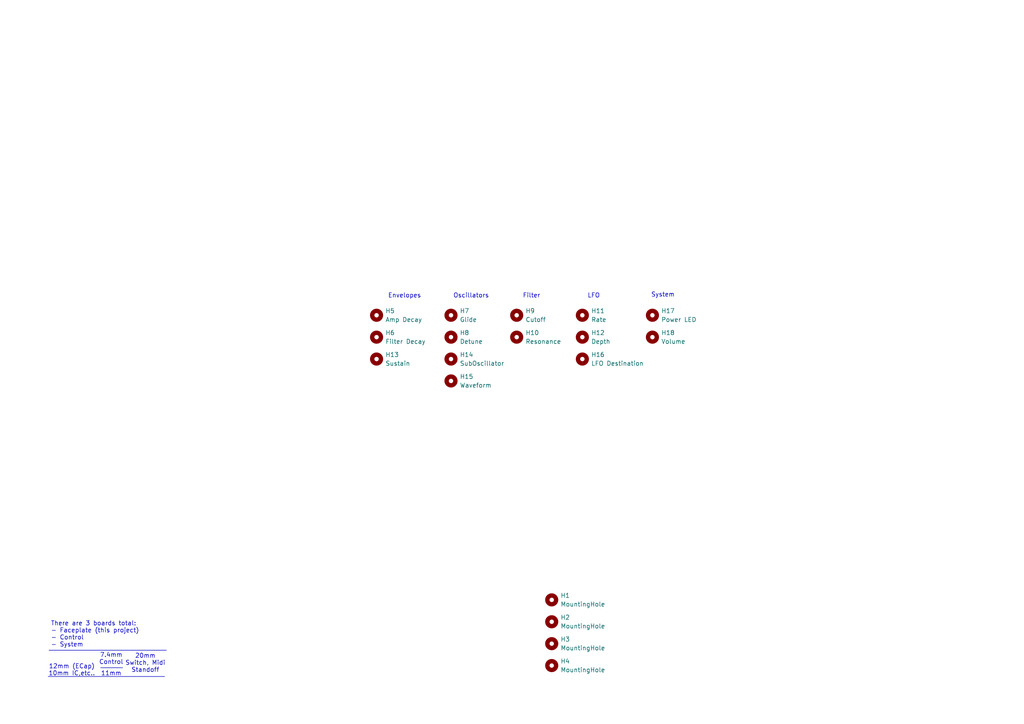
<source format=kicad_sch>
(kicad_sch (version 20250114) (generator "eeschema") (generator_version "9.0")
  (paper "A4")
  (title_block (title "MeeBlip triode w/ TK-421, faceplate (TRI-FP)") (date "2025-12-30") (rev "1.0") (company "Sparky Bobo Designs") (comment 1 "This project is based upon the MeeBlip anode synthesizer: meeblip.com") (comment 2 "Designed by: J. Grahame, et. all.") (comment 3 "https://creativecommons.org/licenses/by-sa/4.0/") (comment 4 "Released under the Creative Commons Attribution Share-Alike 4.0 License"))
  (lib_symbols
    (symbol "Mechanical:MountingHole" (pin_names (offset 1.016)) (in_bom no)
      (property "Reference" "H" (at 0 5.08 0))
      (property "Value" "MountingHole" (at 0 3.175 0))
      (symbol "MountingHole_0_1"
        (circle (center 0 0) (radius 1.27) (stroke (width 1.27)))
      )
    )
  )
  (text "7.4mm\nControl" (at 32.258 191.135 0) (effects (font (size 1.27 1.27))))
  (text "20mm\nSwitch, Midi\nStandoff" (at 42.164 192.405 0) (effects (font (size 1.27 1.27))))
  (text "LFO" (at 172.212 85.852 0) (effects (font (size 1.27 1.27))))
  (text "System" (at 192.278 85.598 0) (effects (font (size 1.27 1.27))))
  (text "There are 3 boards total:\n- Faceplate (this project)\n- Control\n- System " (at 14.732 184.023 0) (effects (font (size 1.27 1.27)) (justify left)))
  (text "Filter" (at 154.178 85.852 0) (effects (font (size 1.27 1.27))))
  (text "11mm" (at 32.258 195.453 0) (effects (font (size 1.27 1.27))))
  (text "Oscillators" (at 136.652 85.852 0) (effects (font (size 1.27 1.27))))
  (text "12mm (ECap)" (at 20.828 193.421 0) (effects (font (size 1.27 1.27))))
  (text "10mm IC,etc.." (at 20.828 195.453 0) (effects (font (size 1.27 1.27))))
  (text "Envelopes" (at 117.348 85.852 0) (effects (font (size 1.27 1.27))))
  (polyline (pts (xy 14.224 188.595) (xy 48.26 188.595)))
  (polyline (pts (xy 13.97 196.215) (xy 47.752 196.215)))
  (polyline (pts (xy 29.21 193.675) (xy 35.56 193.675)))
  (symbol (lib_id "Mechanical:MountingHole") (at 109.22 104.14 0) (unit 1) (in_bom no)
    (property "Reference" "H13" (at 111.76 102.8699 0) (effects (justify left)))
    (property "Value" "Sustain" (at 111.76 105.4099 0) (effects (justify left)))
    (property "Footprint" "MountingHole:MountingHole_3.2mm_M3_DIN965" (effects (hide yes)))
    (property "Description" "Mounting Hole without connection" (effects (hide yes)))
  )
  (symbol (lib_id "Mechanical:MountingHole") (at 130.81 110.49 0) (unit 1) (in_bom no)
    (property "Reference" "H15" (at 133.35 109.2199 0) (effects (justify left)))
    (property "Value" "Waveform" (at 133.35 111.7599 0) (effects (justify left)))
    (property "Footprint" "MountingHole:MountingHole_3.2mm_M3_DIN965" (effects (hide yes)))
    (property "Description" "Mounting Hole without connection" (effects (hide yes)))
  )
  (symbol (lib_id "Mechanical:MountingHole") (at 189.23 97.79 0) (unit 1) (in_bom no)
    (property "Reference" "H18" (at 191.77 96.5199 0) (effects (justify left)))
    (property "Value" "Volume" (at 191.77 99.0599 0) (effects (justify left)))
    (property "Footprint" "MountingHole:MountingHole_6.4mm_M6_DIN965" (effects (hide yes)))
    (property "Description" "Mounting Hole without connection" (effects (hide yes)))
  )
  (symbol (lib_id "Mechanical:MountingHole") (at 168.91 91.44 0) (unit 1) (in_bom no)
    (property "Reference" "H11" (at 171.45 90.1699 0) (effects (justify left)))
    (property "Value" "Rate" (at 171.45 92.7099 0) (effects (justify left)))
    (property "Footprint" "MountingHole:MountingHole_6.4mm_M6_DIN965" (effects (hide yes)))
    (property "Description" "Mounting Hole without connection" (effects (hide yes)))
  )
  (symbol (lib_id "Mechanical:MountingHole") (at 130.81 91.44 0) (unit 1) (in_bom no)
    (property "Reference" "H7" (at 133.35 90.1699 0) (effects (justify left)))
    (property "Value" "Glide" (at 133.35 92.7099 0) (effects (justify left)))
    (property "Footprint" "MountingHole:MountingHole_6.4mm_M6_DIN965" (effects (hide yes)))
    (property "Description" "Mounting Hole without connection" (effects (hide yes)))
  )
  (symbol (lib_id "Mechanical:MountingHole") (at 160.02 193.04 0) (unit 1) (in_bom no)
    (property "Reference" "H4" (at 162.56 191.7699 0) (effects (justify left)))
    (property "Value" "MountingHole" (at 162.56 194.3099 0) (effects (justify left)))
    (property "Footprint" "MountingHole:MountingHole_3.2mm_M3_DIN965" (effects (hide yes)))
    (property "Description" "Mounting Hole without connection" (effects (hide yes)))
  )
  (symbol (lib_id "Mechanical:MountingHole") (at 109.22 91.44 0) (unit 1) (in_bom no)
    (property "Reference" "H5" (at 111.76 90.1699 0) (effects (justify left)))
    (property "Value" "Amp Decay" (at 111.76 92.7099 0) (effects (justify left)))
    (property "Footprint" "MountingHole:MountingHole_6.4mm_M6_DIN965" (effects (hide yes)))
    (property "Description" "Mounting Hole without connection" (effects (hide yes)))
  )
  (symbol (lib_id "Mechanical:MountingHole") (at 149.86 97.79 0) (unit 1) (in_bom no)
    (property "Reference" "H10" (at 152.4 96.5199 0) (effects (justify left)))
    (property "Value" "Resonance" (at 152.4 99.0599 0) (effects (justify left)))
    (property "Footprint" "MountingHole:MountingHole_6.4mm_M6_DIN965" (effects (hide yes)))
    (property "Description" "Mounting Hole without connection" (effects (hide yes)))
  )
  (symbol (lib_id "Mechanical:MountingHole") (at 189.23 91.44 0) (unit 1) (in_bom no)
    (property "Reference" "H17" (at 191.77 90.1699 0) (effects (justify left)))
    (property "Value" "Power LED" (at 191.77 92.7099 0) (effects (justify left)))
    (property "Footprint" "MountingHole:MountingHole_4.3mm_M4_DIN965" (effects (hide yes)))
    (property "Description" "Mounting Hole without connection" (effects (hide yes)))
  )
  (symbol (lib_id "Mechanical:MountingHole") (at 168.91 97.79 0) (unit 1) (in_bom no)
    (property "Reference" "H12" (at 171.45 96.5199 0) (effects (justify left)))
    (property "Value" "Depth" (at 171.45 99.0599 0) (effects (justify left)))
    (property "Footprint" "MountingHole:MountingHole_6.4mm_M6_DIN965" (effects (hide yes)))
    (property "Description" "Mounting Hole without connection" (effects (hide yes)))
  )
  (symbol (lib_id "Mechanical:MountingHole") (at 130.81 104.14 0) (unit 1) (in_bom no)
    (property "Reference" "H14" (at 133.35 102.8699 0) (effects (justify left)))
    (property "Value" "SubOscillator" (at 133.35 105.4099 0) (effects (justify left)))
    (property "Footprint" "MountingHole:MountingHole_3.2mm_M3_DIN965" (effects (hide yes)))
    (property "Description" "Mounting Hole without connection" (effects (hide yes)))
  )
  (symbol (lib_id "Mechanical:MountingHole") (at 168.91 104.14 0) (unit 1) (in_bom no)
    (property "Reference" "H16" (at 171.45 102.8699 0) (effects (justify left)))
    (property "Value" "LFO Destination" (at 171.45 105.4099 0) (effects (justify left)))
    (property "Footprint" "MountingHole:MountingHole_3.2mm_M3_DIN965" (effects (hide yes)))
    (property "Description" "Mounting Hole without connection" (effects (hide yes)))
  )
  (symbol (lib_id "Mechanical:MountingHole") (at 160.02 180.34 0) (unit 1) (in_bom no)
    (property "Reference" "H2" (at 162.56 179.0699 0) (effects (justify left)))
    (property "Value" "MountingHole" (at 162.56 181.6099 0) (effects (justify left)))
    (property "Footprint" "MountingHole:MountingHole_3.2mm_M3_DIN965" (effects (hide yes)))
    (property "Description" "Mounting Hole without connection" (effects (hide yes)))
  )
  (symbol (lib_id "Mechanical:MountingHole") (at 149.86 91.44 0) (unit 1) (in_bom no)
    (property "Reference" "H9" (at 152.4 90.1699 0) (effects (justify left)))
    (property "Value" "Cutoff" (at 152.4 92.7099 0) (effects (justify left)))
    (property "Footprint" "MountingHole:MountingHole_6.4mm_M6_DIN965" (effects (hide yes)))
    (property "Description" "Mounting Hole without connection" (effects (hide yes)))
  )
  (symbol (lib_id "Mechanical:MountingHole") (at 160.02 186.69 0) (unit 1) (in_bom no)
    (property "Reference" "H3" (at 162.56 185.4199 0) (effects (justify left)))
    (property "Value" "MountingHole" (at 162.56 187.9599 0) (effects (justify left)))
    (property "Footprint" "MountingHole:MountingHole_3.2mm_M3_DIN965" (effects (hide yes)))
    (property "Description" "Mounting Hole without connection" (effects (hide yes)))
  )
  (symbol (lib_id "Mechanical:MountingHole") (at 109.22 97.79 0) (unit 1) (in_bom no)
    (property "Reference" "H6" (at 111.76 96.5199 0) (effects (justify left)))
    (property "Value" "Filter Decay" (at 111.76 99.0599 0) (effects (justify left)))
    (property "Footprint" "MountingHole:MountingHole_6.4mm_M6_DIN965" (effects (hide yes)))
    (property "Description" "Mounting Hole without connection" (effects (hide yes)))
  )
  (symbol (lib_id "Mechanical:MountingHole") (at 160.02 173.99 0) (unit 1) (in_bom no)
    (property "Reference" "H1" (at 162.56 172.7199 0) (effects (justify left)))
    (property "Value" "MountingHole" (at 162.56 175.2599 0) (effects (justify left)))
    (property "Footprint" "MountingHole:MountingHole_3.2mm_M3_DIN965" (effects (hide yes)))
    (property "Description" "Mounting Hole without connection" (effects (hide yes)))
  )
  (symbol (lib_id "Mechanical:MountingHole") (at 130.81 97.79 0) (unit 1) (in_bom no)
    (property "Reference" "H8" (at 133.35 96.5199 0) (effects (justify left)))
    (property "Value" "Detune" (at 133.35 99.0599 0) (effects (justify left)))
    (property "Footprint" "MountingHole:MountingHole_6.4mm_M6_DIN965" (effects (hide yes)))
    (property "Description" "Mounting Hole without connection" (effects (hide yes)))
  )
)
</source>
